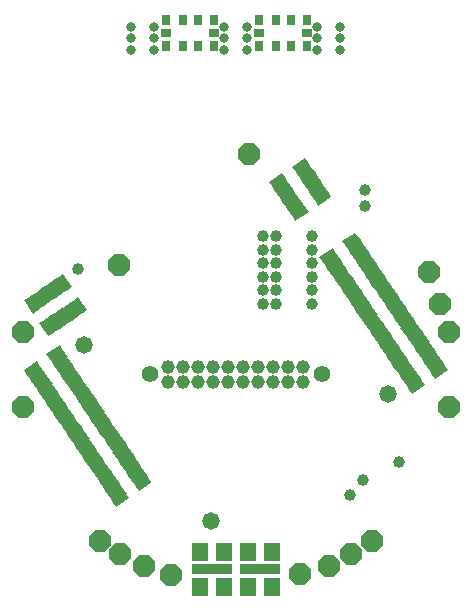
<source format=gbs>
G75*
%MOIN*%
%OFA0B0*%
%FSLAX24Y24*%
%IPPOS*%
%LPD*%
%AMOC8*
5,1,8,0,0,1.08239X$1,22.5*
%
%ADD10C,0.0580*%
%ADD11C,0.0316*%
%ADD12R,0.0159X0.0529*%
%ADD13OC8,0.0710*%
%ADD14C,0.0460*%
%ADD15C,0.0550*%
%ADD16R,0.1340X0.0356*%
%ADD17R,0.0533X0.0592*%
%ADD18C,0.0397*%
%ADD19R,0.0316X0.0356*%
%ADD20R,0.0356X0.0316*%
D10*
X005832Y011700D03*
X010080Y005832D03*
X015948Y010080D03*
D11*
X014370Y021560D03*
X014370Y021940D03*
X014370Y022320D03*
X013610Y022320D03*
X013610Y021940D03*
X013610Y021560D03*
X011270Y021560D03*
X011270Y021940D03*
X011270Y022320D03*
X010510Y022320D03*
X010510Y021940D03*
X010510Y021560D03*
X008170Y021560D03*
X008170Y021940D03*
X008170Y022320D03*
X007410Y022320D03*
X007410Y021940D03*
X007410Y021560D03*
D12*
G36*
X006106Y007496D02*
X006017Y007627D01*
X006454Y007922D01*
X006543Y007791D01*
X006106Y007496D01*
G37*
G36*
X006194Y007365D02*
X006105Y007496D01*
X006542Y007791D01*
X006631Y007660D01*
X006194Y007365D01*
G37*
G36*
X006282Y007234D02*
X006193Y007365D01*
X006630Y007660D01*
X006719Y007529D01*
X006282Y007234D01*
G37*
G36*
X006371Y007104D02*
X006282Y007235D01*
X006719Y007530D01*
X006808Y007399D01*
X006371Y007104D01*
G37*
G36*
X006459Y006973D02*
X006370Y007104D01*
X006807Y007399D01*
X006896Y007268D01*
X006459Y006973D01*
G37*
G36*
X006547Y006843D02*
X006458Y006974D01*
X006895Y007269D01*
X006984Y007138D01*
X006547Y006843D01*
G37*
G36*
X006635Y006712D02*
X006546Y006843D01*
X006983Y007138D01*
X007072Y007007D01*
X006635Y006712D01*
G37*
G36*
X006723Y006582D02*
X006634Y006713D01*
X007071Y007008D01*
X007160Y006877D01*
X006723Y006582D01*
G37*
G36*
X006811Y006451D02*
X006722Y006582D01*
X007159Y006877D01*
X007248Y006746D01*
X006811Y006451D01*
G37*
G36*
X006899Y006321D02*
X006810Y006452D01*
X007247Y006747D01*
X007336Y006616D01*
X006899Y006321D01*
G37*
G36*
X008011Y007262D02*
X008100Y007131D01*
X007663Y006836D01*
X007574Y006967D01*
X008011Y007262D01*
G37*
G36*
X007923Y007392D02*
X008012Y007261D01*
X007575Y006966D01*
X007486Y007097D01*
X007923Y007392D01*
G37*
G36*
X007835Y007523D02*
X007924Y007392D01*
X007487Y007097D01*
X007398Y007228D01*
X007835Y007523D01*
G37*
G36*
X007746Y007653D02*
X007835Y007522D01*
X007398Y007227D01*
X007309Y007358D01*
X007746Y007653D01*
G37*
G36*
X007658Y007784D02*
X007747Y007653D01*
X007310Y007358D01*
X007221Y007489D01*
X007658Y007784D01*
G37*
G36*
X007570Y007914D02*
X007659Y007783D01*
X007222Y007488D01*
X007133Y007619D01*
X007570Y007914D01*
G37*
G36*
X007482Y008045D02*
X007571Y007914D01*
X007134Y007619D01*
X007045Y007750D01*
X007482Y008045D01*
G37*
G36*
X007394Y008176D02*
X007483Y008045D01*
X007046Y007750D01*
X006957Y007881D01*
X007394Y008176D01*
G37*
G36*
X007306Y008306D02*
X007395Y008175D01*
X006958Y007880D01*
X006869Y008011D01*
X007306Y008306D01*
G37*
G36*
X007218Y008437D02*
X007307Y008306D01*
X006870Y008011D01*
X006781Y008142D01*
X007218Y008437D01*
G37*
G36*
X007130Y008567D02*
X007219Y008436D01*
X006782Y008141D01*
X006693Y008272D01*
X007130Y008567D01*
G37*
G36*
X007042Y008698D02*
X007131Y008567D01*
X006694Y008272D01*
X006605Y008403D01*
X007042Y008698D01*
G37*
G36*
X006954Y008828D02*
X007043Y008697D01*
X006606Y008402D01*
X006517Y008533D01*
X006954Y008828D01*
G37*
G36*
X006866Y008959D02*
X006955Y008828D01*
X006518Y008533D01*
X006429Y008664D01*
X006866Y008959D01*
G37*
G36*
X006778Y009090D02*
X006867Y008959D01*
X006430Y008664D01*
X006341Y008795D01*
X006778Y009090D01*
G37*
G36*
X006690Y009220D02*
X006779Y009089D01*
X006342Y008794D01*
X006253Y008925D01*
X006690Y009220D01*
G37*
G36*
X006602Y009351D02*
X006691Y009220D01*
X006254Y008925D01*
X006165Y009056D01*
X006602Y009351D01*
G37*
G36*
X006514Y009481D02*
X006603Y009350D01*
X006166Y009055D01*
X006077Y009186D01*
X006514Y009481D01*
G37*
G36*
X006426Y009612D02*
X006515Y009481D01*
X006078Y009186D01*
X005989Y009317D01*
X006426Y009612D01*
G37*
G36*
X006337Y009742D02*
X006426Y009611D01*
X005989Y009316D01*
X005900Y009447D01*
X006337Y009742D01*
G37*
G36*
X006249Y009873D02*
X006338Y009742D01*
X005901Y009447D01*
X005812Y009578D01*
X006249Y009873D01*
G37*
G36*
X006161Y010003D02*
X006250Y009872D01*
X005813Y009577D01*
X005724Y009708D01*
X006161Y010003D01*
G37*
G36*
X006073Y010134D02*
X006162Y010003D01*
X005725Y009708D01*
X005636Y009839D01*
X006073Y010134D01*
G37*
G36*
X005985Y010265D02*
X006074Y010134D01*
X005637Y009839D01*
X005548Y009970D01*
X005985Y010265D01*
G37*
G36*
X005897Y010395D02*
X005986Y010264D01*
X005549Y009969D01*
X005460Y010100D01*
X005897Y010395D01*
G37*
G36*
X005809Y010526D02*
X005898Y010395D01*
X005461Y010100D01*
X005372Y010231D01*
X005809Y010526D01*
G37*
G36*
X005721Y010656D02*
X005810Y010525D01*
X005373Y010230D01*
X005284Y010361D01*
X005721Y010656D01*
G37*
G36*
X005633Y010787D02*
X005722Y010656D01*
X005285Y010361D01*
X005196Y010492D01*
X005633Y010787D01*
G37*
G36*
X005545Y010917D02*
X005634Y010786D01*
X005197Y010491D01*
X005108Y010622D01*
X005545Y010917D01*
G37*
G36*
X005457Y011048D02*
X005546Y010917D01*
X005109Y010622D01*
X005020Y010753D01*
X005457Y011048D01*
G37*
G36*
X005369Y011178D02*
X005458Y011047D01*
X005021Y010752D01*
X004932Y010883D01*
X005369Y011178D01*
G37*
G36*
X005281Y011309D02*
X005370Y011178D01*
X004933Y010883D01*
X004844Y011014D01*
X005281Y011309D01*
G37*
G36*
X005193Y011440D02*
X005282Y011309D01*
X004845Y011014D01*
X004756Y011145D01*
X005193Y011440D01*
G37*
G36*
X005105Y011570D02*
X005194Y011439D01*
X004757Y011144D01*
X004668Y011275D01*
X005105Y011570D01*
G37*
G36*
X005017Y011701D02*
X005106Y011570D01*
X004669Y011275D01*
X004580Y011406D01*
X005017Y011701D01*
G37*
G36*
X004765Y012085D02*
X004634Y011996D01*
X004339Y012433D01*
X004470Y012522D01*
X004765Y012085D01*
G37*
G36*
X004896Y012173D02*
X004765Y012084D01*
X004470Y012521D01*
X004601Y012610D01*
X004896Y012173D01*
G37*
G36*
X005026Y012261D02*
X004895Y012172D01*
X004600Y012609D01*
X004731Y012698D01*
X005026Y012261D01*
G37*
G36*
X005157Y012350D02*
X005026Y012261D01*
X004731Y012698D01*
X004862Y012787D01*
X005157Y012350D01*
G37*
G36*
X005287Y012438D02*
X005156Y012349D01*
X004861Y012786D01*
X004992Y012875D01*
X005287Y012438D01*
G37*
G36*
X005418Y012526D02*
X005287Y012437D01*
X004992Y012874D01*
X005123Y012963D01*
X005418Y012526D01*
G37*
G36*
X005548Y012614D02*
X005417Y012525D01*
X005122Y012962D01*
X005253Y013051D01*
X005548Y012614D01*
G37*
G36*
X005679Y012702D02*
X005548Y012613D01*
X005253Y013050D01*
X005384Y013139D01*
X005679Y012702D01*
G37*
G36*
X005810Y012790D02*
X005679Y012701D01*
X005384Y013138D01*
X005515Y013227D01*
X005810Y012790D01*
G37*
G36*
X005940Y012878D02*
X005809Y012789D01*
X005514Y013226D01*
X005645Y013315D01*
X005940Y012878D01*
G37*
G36*
X004999Y013990D02*
X005130Y014079D01*
X005425Y013642D01*
X005294Y013553D01*
X004999Y013990D01*
G37*
G36*
X004868Y013902D02*
X004999Y013991D01*
X005294Y013554D01*
X005163Y013465D01*
X004868Y013902D01*
G37*
G36*
X004738Y013814D02*
X004869Y013903D01*
X005164Y013466D01*
X005033Y013377D01*
X004738Y013814D01*
G37*
G36*
X004607Y013725D02*
X004738Y013814D01*
X005033Y013377D01*
X004902Y013288D01*
X004607Y013725D01*
G37*
G36*
X004477Y013637D02*
X004608Y013726D01*
X004903Y013289D01*
X004772Y013200D01*
X004477Y013637D01*
G37*
G36*
X004346Y013549D02*
X004477Y013638D01*
X004772Y013201D01*
X004641Y013112D01*
X004346Y013549D01*
G37*
G36*
X004216Y013461D02*
X004347Y013550D01*
X004642Y013113D01*
X004511Y013024D01*
X004216Y013461D01*
G37*
G36*
X004085Y013373D02*
X004216Y013462D01*
X004511Y013025D01*
X004380Y012936D01*
X004085Y013373D01*
G37*
G36*
X003954Y013285D02*
X004085Y013374D01*
X004380Y012937D01*
X004249Y012848D01*
X003954Y013285D01*
G37*
G36*
X003824Y013197D02*
X003955Y013286D01*
X004250Y012849D01*
X004119Y012760D01*
X003824Y013197D01*
G37*
G36*
X003905Y010759D02*
X003816Y010890D01*
X004253Y011185D01*
X004342Y011054D01*
X003905Y010759D01*
G37*
G36*
X003993Y010629D02*
X003904Y010760D01*
X004341Y011055D01*
X004430Y010924D01*
X003993Y010629D01*
G37*
G36*
X004081Y010498D02*
X003992Y010629D01*
X004429Y010924D01*
X004518Y010793D01*
X004081Y010498D01*
G37*
G36*
X004169Y010368D02*
X004080Y010499D01*
X004517Y010794D01*
X004606Y010663D01*
X004169Y010368D01*
G37*
G36*
X004257Y010237D02*
X004168Y010368D01*
X004605Y010663D01*
X004694Y010532D01*
X004257Y010237D01*
G37*
G36*
X004345Y010107D02*
X004256Y010238D01*
X004693Y010533D01*
X004782Y010402D01*
X004345Y010107D01*
G37*
G36*
X004433Y009976D02*
X004344Y010107D01*
X004781Y010402D01*
X004870Y010271D01*
X004433Y009976D01*
G37*
G36*
X004521Y009846D02*
X004432Y009977D01*
X004869Y010272D01*
X004958Y010141D01*
X004521Y009846D01*
G37*
G36*
X004609Y009715D02*
X004520Y009846D01*
X004957Y010141D01*
X005046Y010010D01*
X004609Y009715D01*
G37*
G36*
X004697Y009584D02*
X004608Y009715D01*
X005045Y010010D01*
X005134Y009879D01*
X004697Y009584D01*
G37*
G36*
X004785Y009454D02*
X004696Y009585D01*
X005133Y009880D01*
X005222Y009749D01*
X004785Y009454D01*
G37*
G36*
X004873Y009323D02*
X004784Y009454D01*
X005221Y009749D01*
X005310Y009618D01*
X004873Y009323D01*
G37*
G36*
X004962Y009193D02*
X004873Y009324D01*
X005310Y009619D01*
X005399Y009488D01*
X004962Y009193D01*
G37*
G36*
X005050Y009062D02*
X004961Y009193D01*
X005398Y009488D01*
X005487Y009357D01*
X005050Y009062D01*
G37*
G36*
X005138Y008932D02*
X005049Y009063D01*
X005486Y009358D01*
X005575Y009227D01*
X005138Y008932D01*
G37*
G36*
X005226Y008801D02*
X005137Y008932D01*
X005574Y009227D01*
X005663Y009096D01*
X005226Y008801D01*
G37*
G36*
X005314Y008671D02*
X005225Y008802D01*
X005662Y009097D01*
X005751Y008966D01*
X005314Y008671D01*
G37*
G36*
X005402Y008540D02*
X005313Y008671D01*
X005750Y008966D01*
X005839Y008835D01*
X005402Y008540D01*
G37*
G36*
X005490Y008409D02*
X005401Y008540D01*
X005838Y008835D01*
X005927Y008704D01*
X005490Y008409D01*
G37*
G36*
X005578Y008279D02*
X005489Y008410D01*
X005926Y008705D01*
X006015Y008574D01*
X005578Y008279D01*
G37*
G36*
X005666Y008148D02*
X005577Y008279D01*
X006014Y008574D01*
X006103Y008443D01*
X005666Y008148D01*
G37*
G36*
X005754Y008018D02*
X005665Y008149D01*
X006102Y008444D01*
X006191Y008313D01*
X005754Y008018D01*
G37*
G36*
X005842Y007887D02*
X005753Y008018D01*
X006190Y008313D01*
X006279Y008182D01*
X005842Y007887D01*
G37*
G36*
X005930Y007757D02*
X005841Y007888D01*
X006278Y008183D01*
X006367Y008052D01*
X005930Y007757D01*
G37*
G36*
X006018Y007626D02*
X005929Y007757D01*
X006366Y008052D01*
X006455Y007921D01*
X006018Y007626D01*
G37*
G36*
X012878Y015840D02*
X012789Y015971D01*
X013226Y016266D01*
X013315Y016135D01*
X012878Y015840D01*
G37*
G36*
X012790Y015970D02*
X012701Y016101D01*
X013138Y016396D01*
X013227Y016265D01*
X012790Y015970D01*
G37*
G36*
X012702Y016101D02*
X012613Y016232D01*
X013050Y016527D01*
X013139Y016396D01*
X012702Y016101D01*
G37*
G36*
X012614Y016232D02*
X012525Y016363D01*
X012962Y016658D01*
X013051Y016527D01*
X012614Y016232D01*
G37*
G36*
X012526Y016362D02*
X012437Y016493D01*
X012874Y016788D01*
X012963Y016657D01*
X012526Y016362D01*
G37*
G36*
X012438Y016493D02*
X012349Y016624D01*
X012786Y016919D01*
X012875Y016788D01*
X012438Y016493D01*
G37*
G36*
X012350Y016623D02*
X012261Y016754D01*
X012698Y017049D01*
X012787Y016918D01*
X012350Y016623D01*
G37*
G36*
X012261Y016754D02*
X012172Y016885D01*
X012609Y017180D01*
X012698Y017049D01*
X012261Y016754D01*
G37*
G36*
X012173Y016884D02*
X012084Y017015D01*
X012521Y017310D01*
X012610Y017179D01*
X012173Y016884D01*
G37*
G36*
X012085Y017015D02*
X011996Y017146D01*
X012433Y017441D01*
X012522Y017310D01*
X012085Y017015D01*
G37*
G36*
X013197Y017956D02*
X013286Y017825D01*
X012849Y017530D01*
X012760Y017661D01*
X013197Y017956D01*
G37*
G36*
X013285Y017826D02*
X013374Y017695D01*
X012937Y017400D01*
X012848Y017531D01*
X013285Y017826D01*
G37*
G36*
X013373Y017695D02*
X013462Y017564D01*
X013025Y017269D01*
X012936Y017400D01*
X013373Y017695D01*
G37*
G36*
X013461Y017564D02*
X013550Y017433D01*
X013113Y017138D01*
X013024Y017269D01*
X013461Y017564D01*
G37*
G36*
X013549Y017434D02*
X013638Y017303D01*
X013201Y017008D01*
X013112Y017139D01*
X013549Y017434D01*
G37*
G36*
X013637Y017303D02*
X013726Y017172D01*
X013289Y016877D01*
X013200Y017008D01*
X013637Y017303D01*
G37*
G36*
X013725Y017173D02*
X013814Y017042D01*
X013377Y016747D01*
X013288Y016878D01*
X013725Y017173D01*
G37*
G36*
X013814Y017042D02*
X013903Y016911D01*
X013466Y016616D01*
X013377Y016747D01*
X013814Y017042D01*
G37*
G36*
X013902Y016912D02*
X013991Y016781D01*
X013554Y016486D01*
X013465Y016617D01*
X013902Y016912D01*
G37*
G36*
X013990Y016781D02*
X014079Y016650D01*
X013642Y016355D01*
X013553Y016486D01*
X013990Y016781D01*
G37*
G36*
X014881Y015459D02*
X014970Y015328D01*
X014533Y015033D01*
X014444Y015164D01*
X014881Y015459D01*
G37*
G36*
X014969Y015329D02*
X015058Y015198D01*
X014621Y014903D01*
X014532Y015034D01*
X014969Y015329D01*
G37*
G36*
X015057Y015198D02*
X015146Y015067D01*
X014709Y014772D01*
X014620Y014903D01*
X015057Y015198D01*
G37*
G36*
X015145Y015068D02*
X015234Y014937D01*
X014797Y014642D01*
X014708Y014773D01*
X015145Y015068D01*
G37*
G36*
X015233Y014937D02*
X015322Y014806D01*
X014885Y014511D01*
X014796Y014642D01*
X015233Y014937D01*
G37*
G36*
X015321Y014807D02*
X015410Y014676D01*
X014973Y014381D01*
X014884Y014512D01*
X015321Y014807D01*
G37*
G36*
X015409Y014676D02*
X015498Y014545D01*
X015061Y014250D01*
X014972Y014381D01*
X015409Y014676D01*
G37*
G36*
X015498Y014546D02*
X015587Y014415D01*
X015150Y014120D01*
X015061Y014251D01*
X015498Y014546D01*
G37*
G36*
X015586Y014415D02*
X015675Y014284D01*
X015238Y013989D01*
X015149Y014120D01*
X015586Y014415D01*
G37*
G36*
X015674Y014284D02*
X015763Y014153D01*
X015326Y013858D01*
X015237Y013989D01*
X015674Y014284D01*
G37*
G36*
X015762Y014154D02*
X015851Y014023D01*
X015414Y013728D01*
X015325Y013859D01*
X015762Y014154D01*
G37*
G36*
X015850Y014023D02*
X015939Y013892D01*
X015502Y013597D01*
X015413Y013728D01*
X015850Y014023D01*
G37*
G36*
X015938Y013893D02*
X016027Y013762D01*
X015590Y013467D01*
X015501Y013598D01*
X015938Y013893D01*
G37*
G36*
X016026Y013762D02*
X016115Y013631D01*
X015678Y013336D01*
X015589Y013467D01*
X016026Y013762D01*
G37*
G36*
X016114Y013632D02*
X016203Y013501D01*
X015766Y013206D01*
X015677Y013337D01*
X016114Y013632D01*
G37*
G36*
X016202Y013501D02*
X016291Y013370D01*
X015854Y013075D01*
X015765Y013206D01*
X016202Y013501D01*
G37*
G36*
X016290Y013371D02*
X016379Y013240D01*
X015942Y012945D01*
X015853Y013076D01*
X016290Y013371D01*
G37*
G36*
X016378Y013240D02*
X016467Y013109D01*
X016030Y012814D01*
X015941Y012945D01*
X016378Y013240D01*
G37*
G36*
X016466Y013109D02*
X016555Y012978D01*
X016118Y012683D01*
X016029Y012814D01*
X016466Y013109D01*
G37*
G36*
X016554Y012979D02*
X016643Y012848D01*
X016206Y012553D01*
X016117Y012684D01*
X016554Y012979D01*
G37*
G36*
X016642Y012848D02*
X016731Y012717D01*
X016294Y012422D01*
X016205Y012553D01*
X016642Y012848D01*
G37*
G36*
X016730Y012718D02*
X016819Y012587D01*
X016382Y012292D01*
X016293Y012423D01*
X016730Y012718D01*
G37*
G36*
X016818Y012587D02*
X016907Y012456D01*
X016470Y012161D01*
X016381Y012292D01*
X016818Y012587D01*
G37*
G36*
X016907Y012457D02*
X016996Y012326D01*
X016559Y012031D01*
X016470Y012162D01*
X016907Y012457D01*
G37*
G36*
X016995Y012326D02*
X017084Y012195D01*
X016647Y011900D01*
X016558Y012031D01*
X016995Y012326D01*
G37*
G36*
X017083Y012196D02*
X017172Y012065D01*
X016735Y011770D01*
X016646Y011901D01*
X017083Y012196D01*
G37*
G36*
X017171Y012065D02*
X017260Y011934D01*
X016823Y011639D01*
X016734Y011770D01*
X017171Y012065D01*
G37*
G36*
X017259Y011934D02*
X017348Y011803D01*
X016911Y011508D01*
X016822Y011639D01*
X017259Y011934D01*
G37*
G36*
X017347Y011804D02*
X017436Y011673D01*
X016999Y011378D01*
X016910Y011509D01*
X017347Y011804D01*
G37*
G36*
X017435Y011673D02*
X017524Y011542D01*
X017087Y011247D01*
X016998Y011378D01*
X017435Y011673D01*
G37*
G36*
X017523Y011543D02*
X017612Y011412D01*
X017175Y011117D01*
X017086Y011248D01*
X017523Y011543D01*
G37*
G36*
X017611Y011412D02*
X017700Y011281D01*
X017263Y010986D01*
X017174Y011117D01*
X017611Y011412D01*
G37*
G36*
X017699Y011282D02*
X017788Y011151D01*
X017351Y010856D01*
X017262Y010987D01*
X017699Y011282D01*
G37*
G36*
X017787Y011151D02*
X017876Y011020D01*
X017439Y010725D01*
X017350Y010856D01*
X017787Y011151D01*
G37*
G36*
X017875Y011021D02*
X017964Y010890D01*
X017527Y010595D01*
X017438Y010726D01*
X017875Y011021D01*
G37*
G36*
X016675Y010210D02*
X016586Y010341D01*
X017023Y010636D01*
X017112Y010505D01*
X016675Y010210D01*
G37*
G36*
X016763Y010079D02*
X016674Y010210D01*
X017111Y010505D01*
X017200Y010374D01*
X016763Y010079D01*
G37*
G36*
X016587Y010340D02*
X016498Y010471D01*
X016935Y010766D01*
X017024Y010635D01*
X016587Y010340D01*
G37*
G36*
X016499Y010471D02*
X016410Y010602D01*
X016847Y010897D01*
X016936Y010766D01*
X016499Y010471D01*
G37*
G36*
X016411Y010602D02*
X016322Y010733D01*
X016759Y011028D01*
X016848Y010897D01*
X016411Y010602D01*
G37*
G36*
X016323Y010732D02*
X016234Y010863D01*
X016671Y011158D01*
X016760Y011027D01*
X016323Y010732D01*
G37*
G36*
X016235Y010863D02*
X016146Y010994D01*
X016583Y011289D01*
X016672Y011158D01*
X016235Y010863D01*
G37*
G36*
X016147Y010993D02*
X016058Y011124D01*
X016495Y011419D01*
X016584Y011288D01*
X016147Y010993D01*
G37*
G36*
X016059Y011124D02*
X015970Y011255D01*
X016407Y011550D01*
X016496Y011419D01*
X016059Y011124D01*
G37*
G36*
X015971Y011254D02*
X015882Y011385D01*
X016319Y011680D01*
X016408Y011549D01*
X015971Y011254D01*
G37*
G36*
X015883Y011385D02*
X015794Y011516D01*
X016231Y011811D01*
X016320Y011680D01*
X015883Y011385D01*
G37*
G36*
X015795Y011515D02*
X015706Y011646D01*
X016143Y011941D01*
X016232Y011810D01*
X015795Y011515D01*
G37*
G36*
X015707Y011646D02*
X015618Y011777D01*
X016055Y012072D01*
X016144Y011941D01*
X015707Y011646D01*
G37*
G36*
X015619Y011777D02*
X015530Y011908D01*
X015967Y012203D01*
X016056Y012072D01*
X015619Y011777D01*
G37*
G36*
X015531Y011907D02*
X015442Y012038D01*
X015879Y012333D01*
X015968Y012202D01*
X015531Y011907D01*
G37*
G36*
X015443Y012038D02*
X015354Y012169D01*
X015791Y012464D01*
X015880Y012333D01*
X015443Y012038D01*
G37*
G36*
X015354Y012168D02*
X015265Y012299D01*
X015702Y012594D01*
X015791Y012463D01*
X015354Y012168D01*
G37*
G36*
X015266Y012299D02*
X015177Y012430D01*
X015614Y012725D01*
X015703Y012594D01*
X015266Y012299D01*
G37*
G36*
X015178Y012429D02*
X015089Y012560D01*
X015526Y012855D01*
X015615Y012724D01*
X015178Y012429D01*
G37*
G36*
X015090Y012560D02*
X015001Y012691D01*
X015438Y012986D01*
X015527Y012855D01*
X015090Y012560D01*
G37*
G36*
X015002Y012690D02*
X014913Y012821D01*
X015350Y013116D01*
X015439Y012985D01*
X015002Y012690D01*
G37*
G36*
X014914Y012821D02*
X014825Y012952D01*
X015262Y013247D01*
X015351Y013116D01*
X014914Y012821D01*
G37*
G36*
X014826Y012952D02*
X014737Y013083D01*
X015174Y013378D01*
X015263Y013247D01*
X014826Y012952D01*
G37*
G36*
X014738Y013082D02*
X014649Y013213D01*
X015086Y013508D01*
X015175Y013377D01*
X014738Y013082D01*
G37*
G36*
X014650Y013213D02*
X014561Y013344D01*
X014998Y013639D01*
X015087Y013508D01*
X014650Y013213D01*
G37*
G36*
X014562Y013343D02*
X014473Y013474D01*
X014910Y013769D01*
X014999Y013638D01*
X014562Y013343D01*
G37*
G36*
X014474Y013474D02*
X014385Y013605D01*
X014822Y013900D01*
X014911Y013769D01*
X014474Y013474D01*
G37*
G36*
X014386Y013604D02*
X014297Y013735D01*
X014734Y014030D01*
X014823Y013899D01*
X014386Y013604D01*
G37*
G36*
X014298Y013735D02*
X014209Y013866D01*
X014646Y014161D01*
X014735Y014030D01*
X014298Y013735D01*
G37*
G36*
X014210Y013866D02*
X014121Y013997D01*
X014558Y014292D01*
X014647Y014161D01*
X014210Y013866D01*
G37*
G36*
X014122Y013996D02*
X014033Y014127D01*
X014470Y014422D01*
X014559Y014291D01*
X014122Y013996D01*
G37*
G36*
X014034Y014127D02*
X013945Y014258D01*
X014382Y014553D01*
X014471Y014422D01*
X014034Y014127D01*
G37*
G36*
X013945Y014257D02*
X013856Y014388D01*
X014293Y014683D01*
X014382Y014552D01*
X013945Y014257D01*
G37*
G36*
X013857Y014388D02*
X013768Y014519D01*
X014205Y014814D01*
X014294Y014683D01*
X013857Y014388D01*
G37*
G36*
X013769Y014518D02*
X013680Y014649D01*
X014117Y014944D01*
X014206Y014813D01*
X013769Y014518D01*
G37*
D13*
X011340Y018090D03*
X006990Y014390D03*
X003790Y012140D03*
X003790Y009640D03*
X006357Y005190D03*
X007041Y004736D03*
X007840Y004340D03*
X008740Y004040D03*
X013040Y004090D03*
X013990Y004340D03*
X014740Y004740D03*
X015440Y005190D03*
X017990Y009640D03*
X017990Y012140D03*
X017694Y013091D03*
X017340Y014132D03*
D14*
X013140Y010990D03*
X013140Y010490D03*
X012640Y010490D03*
X012640Y010990D03*
X012140Y010990D03*
X012140Y010490D03*
X011640Y010490D03*
X011640Y010990D03*
X011140Y010990D03*
X011140Y010490D03*
X010640Y010490D03*
X010640Y010990D03*
X010140Y010990D03*
X010140Y010490D03*
X009640Y010490D03*
X009640Y010990D03*
X009140Y010990D03*
X009140Y010490D03*
X008640Y010490D03*
X008640Y010990D03*
D15*
X008015Y010740D03*
X013765Y010740D03*
D16*
X011690Y004240D03*
X010090Y004240D03*
D17*
X010494Y003659D03*
X011286Y003659D03*
X012094Y003659D03*
X012094Y004821D03*
X011286Y004821D03*
X010494Y004821D03*
X009686Y004821D03*
X009686Y003659D03*
D18*
X014690Y006715D03*
X015140Y007215D03*
X016340Y007815D03*
X013440Y013090D03*
X013440Y013540D03*
X013440Y013990D03*
X013440Y014440D03*
X013440Y014890D03*
X013440Y015340D03*
X012240Y015340D03*
X012240Y014890D03*
X012240Y014440D03*
X012240Y013990D03*
X012240Y013540D03*
X012240Y013090D03*
X011790Y013090D03*
X011790Y013540D03*
X011790Y013990D03*
X011790Y014440D03*
X011790Y014890D03*
X011790Y015340D03*
X015190Y016340D03*
X015190Y016890D03*
X005640Y014240D03*
D19*
X008558Y021679D03*
X009115Y021679D03*
X009615Y021679D03*
X010172Y021679D03*
X010172Y022545D03*
X009615Y022545D03*
X009115Y022545D03*
X008558Y022545D03*
X011658Y022545D03*
X012215Y022545D03*
X012715Y022545D03*
X013272Y022545D03*
X013272Y021679D03*
X012715Y021679D03*
X012215Y021679D03*
X011658Y021679D03*
D20*
X011658Y022112D03*
X010172Y022112D03*
X008558Y022112D03*
X013272Y022112D03*
M02*

</source>
